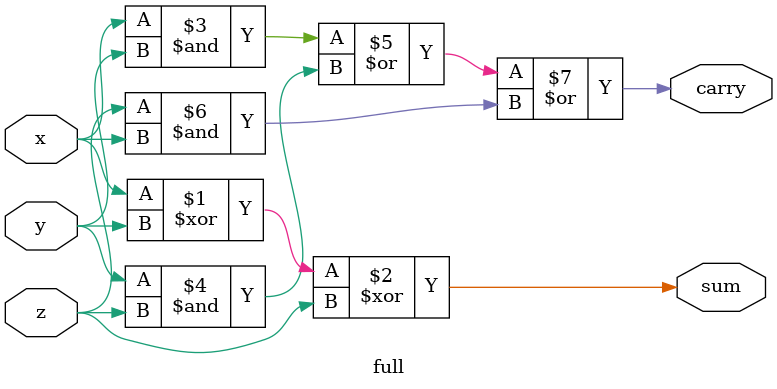
<source format=v>
module dadda (input [7:0]a,b, output [15:0]x);

wire [63:0]p;
wire [42:1]s;
wire [42:1]c;
wire [15:0]z;

genvar i, j;
    generate
        for (i = 0; i < 8; i = i + 1) begin
            for (j = 0; j < 8; j = j + 1) begin
                assign p[i * 8 + j] = a[i] & b[j];
            end
        end
    endgenerate

// level 1 reduction

half h1(p[6],p[13],s[1],c[1]);
full f1(p[7],p[14],p[21],s[2],c[2]);
half h2(p[28],p[35],s[3],c[3]);
full f2(p[15],p[22],p[29],s[4],c[4]);
half h3(p[36],p[43],s[5],c[5]);
full f3(p[23],p[30],p[37],s[6],c[6]);

// level 2 reduction

half h4(p[4],p[11],s[7],c[7]);
full f4(p[5],p[12],p[19],s[8],c[8]);
half h5(p[26],p[33],s[9],c[9]);
full f5(s[1],p[20],p[27],s[10],c[10]);
full f6(p[34],p[41],p[48],s[11],c[11]);
full f7(c[1],s[2],s[3],s[12],c[12]);
full f8(p[42],p[49],p[56],s[13],c[13]);
full f9(c[2],c[3],s[4],s[14],c[14]);
full f10(s[5],p[50],p[57],s[15],c[15]);
full f11(c[4],c[5],s[6],s[16],c[16]);
full f12(p[44],p[51],p[58],s[17],c[17]);
full f13(p[31],p[38],c[6],s[18],c[18]);
full f14(p[45],p[52],p[59],s[19],c[19]);
full f15(p[39],p[46],p[53],s[20],c[20]);

// level 3 redution

half h6(p[3],p[10],s[21],c[21]);
full f16(s[7],p[18],p[25],s[22],c[22]);
full f17(c[7],s[8],s[9],s[23],c[23]);
full f18(c[8],c[9],s[10],s[24],c[24]);
full f19(c[10],c[11],s[12],s[25],c[25]);
full f20(c[12],c[13],s[14],s[26],c[26]);
full f21(c[14],c[15],s[16],s[27],c[27]);
full f22(c[16],c[17],s[18],s[28],c[28]);
full f23(c[18],c[19],s[20],s[29],c[29]);
full f24(c[20],p[47],p[54],s[30],c[30]);

// level 4 reduction

half h7(p[2],p[9],s[31],c[31]);
full f25(s[21],p[17],p[24],s[32],c[32]);
full f26(c[21],s[22],p[32],s[33],c[33]);
full f27(c[22],s[23],p[40],s[34],c[34]);
full f28(c[23],s[11],s[24],s[35],c[35]);
full f29(c[24],s[25],s[13],s[36],c[36]);
full f30(c[25],s[26],s[15],s[37],c[37]);
full f31(c[26],s[27],s[17],s[38],c[38]);
full f32(c[27],s[28],s[19],s[39],c[39]);
full f33(c[28],p[60],s[29],s[40],c[40]);
full f34(c[29],p[61],s[30],s[41],c[41]);
full f35(c[30],p[55],p[62],s[42],c[42]);


// level 5 reduction (ripple carry adder)

half x0(p[0],1'b0,x[0],z[0]);
full x1(p[1],p[8],z[0],x[1],z[1]);
full x2(s[31],p[16],z[1],x[2],z[2]);
full x3(c[31],s[32],z[2],x[3],z[3]);
full x4(c[32],s[33],z[3],x[4],z[4]);
full x5(c[33],s[34],z[4],x[5],z[5]);
full x6(c[34],s[35],z[5],x[6],z[6]);
full x7(c[35],s[36],z[6],x[7],z[7]);
full x8(c[36],s[37],z[7],x[8],z[8]);
full x9(c[37],s[38],z[8],x[9],z[9]);
full x10(c[38],s[39],z[9],x[10],z[10]);
full x11(c[39],s[40],z[10],x[11],z[11]);
full x12(c[40],s[41],z[11],x[12],z[12]);
full x13(c[41],s[42],z[12],x[13],z[13]);
full x14(c[42],p[63],z[13],x[14],z[14]);
assign x[15]=z[14];


endmodule

//hald adder

module half(input x, y, output sum, carry);
assign sum=x^y;
assign carry=x&y;
endmodule

// full adder

module full(input x,y,z, output sum, carry);
assign sum=x^y^z;
assign carry=(x&y)|(y&z)|(z&x);
endmodule

</source>
